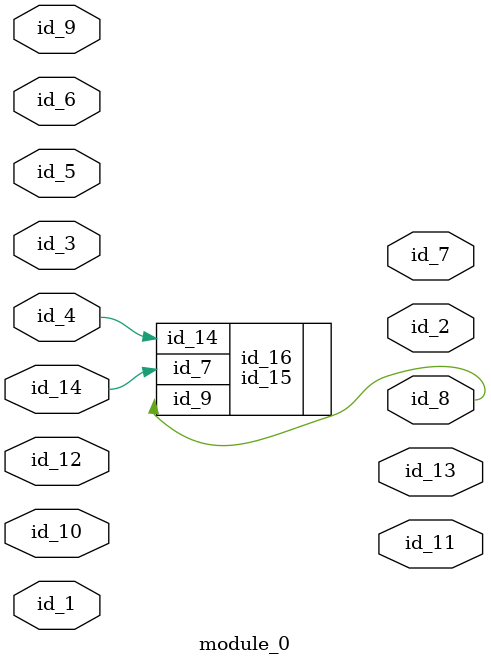
<source format=v>
module module_0 (
    id_1,
    id_2,
    id_3,
    id_4,
    id_5,
    id_6,
    id_7,
    id_8,
    id_9,
    id_10,
    id_11,
    id_12,
    id_13,
    id_14
);
  input id_14;
  output id_13;
  input id_12;
  output id_11;
  input id_10;
  input id_9;
  output id_8;
  output id_7;
  input id_6;
  input id_5;
  input id_4;
  input id_3;
  output id_2;
  input id_1;
  id_15 id_16 (
      .id_7 (id_14),
      .id_9 (id_8),
      .id_14(id_4)
  );
  id_17 id_18 (
      .id_8(id_9),
      .id_3(id_10)
  );
  id_19 id_20 (
      .id_12(id_9),
      .id_13(id_3)
  );
endmodule

</source>
